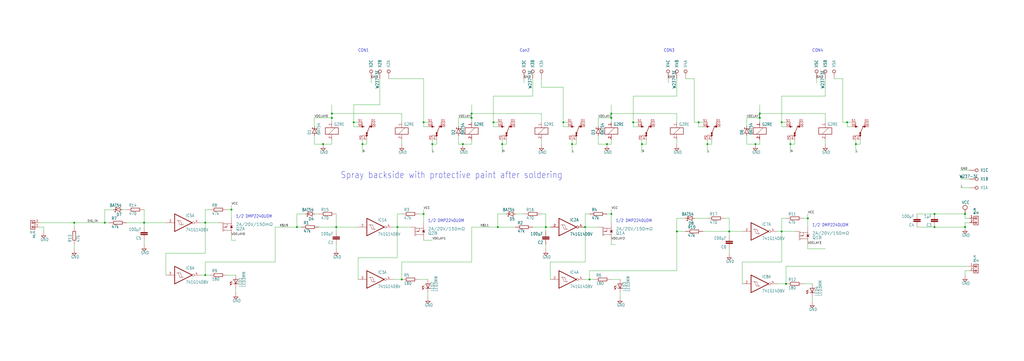
<source format=kicad_sch>
(kicad_sch (version 20231120) (generator "eeschema") (generator_version "8.0")
  (paper "User" 595.63 210.007)
  (lib_symbols
    (symbol "Power_Distribution_V1.1-eagle-import:691210910002"
      (property "Reference" "J" (at -4.88 -0.922 0))
      (symbol "691210910002_1_0"
        (pin passive line (at -2.54 -5.08 90) (length 2.54) (name "1") (number "1"))
        (pin passive line (at 0 -5.08 90) (length 2.54) (name "2") (number "2"))
      )
    )
    (symbol "Power_Distribution_V1.1-eagle-import:741G14DBV"
      (property "Reference" "IC" (at -0.635 -0.635 0))
      (symbol "741G14DBV_1_0"
        (pin input line (at -10.16 0 0) (length 5.08) (name "I") (number "2"))
        (pin output inverted (at 10.16 0 180) (length 5.08) (name "O") (number "4"))
      )
      (symbol "741G14DBV_2_0"
        (text "GND" (at 1.905 -6.35 900) (effects (font (size 1.27 1.0795)) (justify left bottom)))
        (text "VCC" (at 1.905 2.54 900) (effects (font (size 1.27 1.0795)) (justify left bottom)))
        (pin power_in line (at 0 -7.62 90) (length 5.08) (name "GND") (number "3"))
        (pin power_in line (at 0 7.62 270) (length 5.08) (name "VCC") (number "5"))
      )
    )
    (symbol "Power_Distribution_V1.1-eagle-import:BAT54"
      (property "Reference" "D" (at -2.286 1.905 0))
      (symbol "BAT54_1_0"
        (pin passive line (at -2.54 0 0) (length 0) (name "A") (number "1"))
        (pin passive line (at 2.54 0 180) (length 0) (name "C") (number "3"))
      )
    )
    (symbol "Power_Distribution_V1.1-eagle-import:C-EUC1210"
      (property "Reference" "C" (at 1.524 0.381 0))
      (symbol "C-EUC1210_1_0"
        (pin passive line (at 0 2.54 270) (length 2.54) (name "1") (number "1"))
        (pin passive line (at 0 -5.08 90) (length 2.54) (name "2") (number "2"))
      )
    )
    (symbol "Power_Distribution_V1.1-eagle-import:G2RE"
      (symbol "G2RE_1_0"
        (pin passive line (at 0 5.08 270) (length 2.54) (name "1") (number "1"))
        (pin passive line (at 0 -5.08 90) (length 2.54) (name "2") (number "2"))
      )
      (symbol "G2RE_2_0"
        (pin passive line (at 5.08 5.08 180) (length 2.54) (name "O") (number "O0"))
        (pin passive line (at 5.08 7.62 180) (length 2.54) (name "O@1") (number "O1"))
        (pin passive line (at -2.54 -2.54 90) (length 2.54) (name "P@1") (number "P0"))
        (pin passive line (at 0 -2.54 90) (length 2.54) (name "P") (number "P1"))
        (pin passive line (at -5.08 5.08 0) (length 2.54) (name "S") (number "S0"))
        (pin passive line (at -5.08 7.62 0) (length 2.54) (name "S@1") (number "S1"))
      )
    )
    (symbol "Power_Distribution_V1.1-eagle-import:GND" (power)
      (symbol "GND_1_0"
        (pin power_in line (at 0 2.54 270) (length 2.54) (name "GND") (number "1"))
      )
    )
    (symbol "Power_Distribution_V1.1-eagle-import:LED3MM"
      (property "Reference" "LED" (at 3.556 -4.572 90))
      (symbol "LED3MM_1_0"
        (pin passive line (at 0 2.54 270) (length 2.54) (name "A") (number "A"))
        (pin passive line (at 0 -5.08 90) (length 2.54) (name "C") (number "K"))
      )
    )
    (symbol "Power_Distribution_V1.1-eagle-import:MOSFET_PCH_DUAL-DMP2240UDM"
      (property "Reference" "Q" (at 5.08 0 0))
      (symbol "MOSFET_PCH_DUAL-DMP2240UDM_1_0"
        (pin bidirectional line (at 2.54 5.08 270) (length 2.54) (name "D") (number "D1"))
        (pin bidirectional line (at -5.08 -2.54 0) (length 2.54) (name "G") (number "G1"))
        (pin bidirectional line (at 2.54 -5.08 90) (length 2.54) (name "S") (number "S1"))
      )
      (symbol "MOSFET_PCH_DUAL-DMP2240UDM_2_0"
        (pin bidirectional line (at 2.54 5.08 270) (length 2.54) (name "D") (number "D2"))
        (pin bidirectional line (at -5.08 -2.54 0) (length 2.54) (name "G") (number "G2"))
        (pin bidirectional line (at 2.54 -5.08 90) (length 2.54) (name "S") (number "S2"))
      )
    )
    (symbol "Power_Distribution_V1.1-eagle-import:R-EU_R0805"
      (property "Reference" "R" (at -3.81 1.4986 0))
      (symbol "R-EU_R0805_1_0"
        (pin passive line (at -5.08 0 0) (length 2.54) (name "1") (number "1"))
        (pin passive line (at 5.08 0 180) (length 2.54) (name "2") (number "2"))
      )
    )
    (symbol "Power_Distribution_V1.1-eagle-import:VCC" (power)
      (symbol "VCC_1_0"
        (pin power_in line (at 0 -2.54 90) (length 2.54) (name "VCC") (number "1"))
      )
    )
    (symbol "Power_Distribution_V1.1-eagle-import:W237-3E"
      (property "Reference" "X" (at -1.27 0.889 0))
      (symbol "W237-3E_1_0"
        (pin passive line (at 5.08 0 180) (length 2.54) (name "KL") (number "1"))
      )
      (symbol "W237-3E_2_0"
        (pin passive line (at 5.08 0 180) (length 2.54) (name "KL") (number "2"))
      )
      (symbol "W237-3E_3_0"
        (pin passive line (at 5.08 0 180) (length 2.54) (name "KL") (number "3"))
      )
    )
  )
  (junction (at 441.96 66.04))
  (junction (at 269.24 83.82))
  (junction (at 441.96 68.58))
  (junction (at 368.3 71.12))
  (junction (at 561.34 132.08))
  (junction (at 454.66 71.12))
  (junction (at 355.6 68.58))
  (junction (at 406.4 71.12))
  (junction (at 457.2 165.1))
  (junction (at 233.68 162.56))
  (junction (at 342.9 162.56))
  (junction (at 119.38 129.54))
  (junction (at 543.56 124.46))
  (junction (at 193.04 68.58))
  (junction (at 246.38 71.12))
  (junction (at 289.56 132.08))
  (junction (at 424.18 134.62))
  (junction (at 353.06 83.82))
  (junction (at 332.74 83.82))
  (junction (at 195.58 132.08))
  (junction (at 193.04 66.04))
  (junction (at 251.46 83.82))
  (junction (at 231.14 132.08))
  (junction (at 274.32 68.58))
  (junction (at 292.1 83.82))
  (junction (at 187.96 83.82))
  (junction (at 497.84 83.82))
  (junction (at 439.42 83.82))
  (junction (at 210.82 83.82))
  (junction (at 459.74 83.82))
  (junction (at 373.38 83.82))
  (junction (at 454.66 134.62))
  (junction (at 60.96 129.54))
  (junction (at 492.76 71.12))
  (junction (at 355.6 66.04))
  (junction (at 543.56 132.08))
  (junction (at 355.6 124.46))
  (junction (at 134.62 121.92))
  (junction (at 119.38 160.02))
  (junction (at 393.7 134.62))
  (junction (at 83.82 129.54))
  (junction (at 317.5 132.08))
  (junction (at 340.36 132.08))
  (junction (at 561.34 124.46))
  (junction (at 287.02 71.12))
  (junction (at 43.18 129.54))
  (junction (at 246.38 124.46))
  (junction (at 327.66 71.12))
  (junction (at 411.48 83.82))
  (junction (at 172.72 132.08))
  (junction (at 274.32 66.04))
  (junction (at 469.9 127))
  (junction (at 205.74 71.12))
  (wire (pts (xy 193.04 83.82) (xy 187.96 83.82)) (stroke (width 0.1524)))
  (wire (pts (xy 480.06 71.12) (xy 480.06 66.04)) (stroke (width 0.1524)))
  (wire (pts (xy 83.82 139.7) (xy 83.82 142.24)) (stroke (width 0.1524)))
  (wire (pts (xy 411.48 81.28) (xy 411.48 83.82)) (stroke (width 0.1524)))
  (wire (pts (xy 434.34 68.58) (xy 434.34 73.66)) (stroke (width 0.1524)))
  (wire (pts (xy 492.76 71.12) (xy 495.3 71.12)) (stroke (width 0.1524)))
  (wire (pts (xy 137.16 167.64) (xy 137.16 170.18)) (stroke (width 0.1524)))
  (wire (pts (xy 22.86 132.08) (xy 25.4 132.08)) (stroke (width 0.1524)))
  (wire (pts (xy 274.32 152.4) (xy 233.68 152.4)) (stroke (width 0.1524)))
  (wire (pts (xy 561.34 129.54) (xy 561.34 132.08)) (stroke (width 0.1524)))
  (wire (pts (xy 347.98 68.58) (xy 347.98 73.66)) (stroke (width 0.1524)))
  (wire (pts (xy 411.48 127) (xy 403.86 127)) (stroke (width 0.1524)))
  (wire (pts (xy 289.56 73.66) (xy 287.02 73.66)) (stroke (width 0.1524)))
  (wire (pts (xy 43.18 132.08) (xy 43.18 129.54)) (stroke (width 0.1524)))
  (wire (pts (xy 134.62 127) (xy 134.62 121.92)) (stroke (width 0.1524)))
  (wire (pts (xy 393.7 134.62) (xy 393.7 157.48)) (stroke (width 0.1524)))
  (wire (pts (xy 434.34 83.82) (xy 439.42 83.82)) (stroke (width 0.1524)))
  (wire (pts (xy 543.56 132.08) (xy 533.4 132.08)) (stroke (width 0.1524)))
  (wire (pts (xy 289.56 132.08) (xy 274.32 132.08)) (stroke (width 0.1524)))
  (wire (pts (xy 208.28 149.86) (xy 208.28 162.56)) (stroke (width 0.1524)))
  (wire (pts (xy 454.66 134.62) (xy 452.12 134.62)) (stroke (width 0.1524)))
  (wire (pts (xy 233.68 71.12) (xy 233.68 66.04)) (stroke (width 0.1524)))
  (wire (pts (xy 500.38 83.82) (xy 500.38 81.28)) (stroke (width 0.1524)))
  (wire (pts (xy 454.66 55.88) (xy 480.06 55.88)) (stroke (width 0.1524)))
  (wire (pts (xy 563.88 127) (xy 561.34 127)) (stroke (width 0.1524)))
  (wire (pts (xy 340.36 124.46) (xy 340.36 132.08)) (stroke (width 0.1524)))
  (wire (pts (xy 208.28 132.08) (xy 195.58 132.08)) (stroke (width 0.1524)))
  (wire (pts (xy 127 129.54) (xy 119.38 129.54)) (stroke (width 0.1524)))
  (wire (pts (xy 119.38 147.32) (xy 96.52 147.32)) (stroke (width 0.1524)))
  (wire (pts (xy 195.58 132.08) (xy 185.42 132.08)) (stroke (width 0.1524)))
  (wire (pts (xy 66.04 121.92) (xy 60.96 121.92)) (stroke (width 0.1524)))
  (wire (pts (xy 292.1 81.28) (xy 292.1 83.82)) (stroke (width 0.1524)))
  (wire (pts (xy 246.38 73.66) (xy 246.38 71.12)) (stroke (width 0.1524)))
  (wire (pts (xy 431.8 152.4) (xy 431.8 165.1)) (stroke (width 0.1524)))
  (wire (pts (xy 119.38 129.54) (xy 119.38 147.32)) (stroke (width 0.1524)))
  (wire (pts (xy 388.62 45.72) (xy 388.62 48.26)) (stroke (width 0.1524)))
  (wire (pts (xy 480.06 66.04) (xy 441.96 66.04)) (stroke (width 0.1524)))
  (wire (pts (xy 292.1 83.82) (xy 294.64 83.82)) (stroke (width 0.1524)))
  (wire (pts (xy 398.78 45.72) (xy 403.86 45.72)) (stroke (width 0.1524)))
  (wire (pts (xy 132.08 121.92) (xy 134.62 121.92)) (stroke (width 0.1524)))
  (wire (pts (xy 327.66 71.12) (xy 327.66 50.8)) (stroke (width 0.1524)))
  (wire (pts (xy 274.32 71.12) (xy 274.32 68.58)) (stroke (width 0.1524)))
  (wire (pts (xy 299.72 124.46) (xy 304.8 124.46)) (stroke (width 0.1524)))
  (wire (pts (xy 424.18 134.62) (xy 408.94 134.62)) (stroke (width 0.1524)))
  (wire (pts (xy 205.74 60.96) (xy 220.98 60.96)) (stroke (width 0.1524)))
  (wire (pts (xy 274.32 66.04) (xy 274.32 68.58)) (stroke (width 0.1524)))
  (wire (pts (xy 563.88 99.06) (xy 558.8 99.06)) (stroke (width 0.1524)))
  (wire (pts (xy 342.9 157.48) (xy 342.9 162.56)) (stroke (width 0.1524)))
  (wire (pts (xy 454.66 134.62) (xy 454.66 152.4)) (stroke (width 0.1524)))
  (wire (pts (xy 60.96 129.54) (xy 43.18 129.54)) (stroke (width 0.1524)))
  (wire (pts (xy 485.14 45.72) (xy 490.22 45.72)) (stroke (width 0.1524)))
  (wire (pts (xy 490.22 71.12) (xy 492.76 71.12)) (stroke (width 0.1524)))
  (wire (pts (xy 231.14 149.86) (xy 208.28 149.86)) (stroke (width 0.1524)))
  (wire (pts (xy 287.02 71.12) (xy 287.02 55.88)) (stroke (width 0.1524)))
  (wire (pts (xy 342.9 162.56) (xy 345.44 162.56)) (stroke (width 0.1524)))
  (wire (pts (xy 182.88 83.82) (xy 182.88 78.74)) (stroke (width 0.1524)))
  (wire (pts (xy 327.66 71.12) (xy 330.2 71.12)) (stroke (width 0.1524)))
  (wire (pts (xy 393.7 55.88) (xy 393.7 45.72)) (stroke (width 0.1524)))
  (wire (pts (xy 462.28 134.62) (xy 454.66 134.62)) (stroke (width 0.1524)))
  (wire (pts (xy 177.8 124.46) (xy 172.72 124.46)) (stroke (width 0.1524)))
  (wire (pts (xy 246.38 71.12) (xy 248.92 71.12)) (stroke (width 0.1524)))
  (wire (pts (xy 469.9 142.24) (xy 469.9 144.78)) (stroke (width 0.1524)))
  (wire (pts (xy 287.02 73.66) (xy 287.02 71.12)) (stroke (width 0.1524)))
  (wire (pts (xy 160.02 132.08) (xy 160.02 152.4)) (stroke (width 0.1524)))
  (wire (pts (xy 246.38 45.72) (xy 246.38 71.12)) (stroke (width 0.1524)))
  (wire (pts (xy 335.28 83.82) (xy 335.28 81.28)) (stroke (width 0.1524)))
  (wire (pts (xy 454.66 152.4) (xy 431.8 152.4)) (stroke (width 0.1524)))
  (wire (pts (xy 459.74 83.82) (xy 462.28 83.82)) (stroke (width 0.1524)))
  (wire (pts (xy 454.66 71.12) (xy 454.66 55.88)) (stroke (width 0.1524)))
  (wire (pts (xy 231.14 132.08) (xy 231.14 149.86)) (stroke (width 0.1524)))
  (wire (pts (xy 441.96 83.82) (xy 439.42 83.82)) (stroke (width 0.1524)))
  (wire (pts (xy 119.38 121.92) (xy 119.38 129.54)) (stroke (width 0.1524)))
  (wire (pts (xy 116.84 160.02) (xy 119.38 160.02)) (stroke (width 0.1524)))
  (wire (pts (xy 393.7 66.04) (xy 355.6 66.04)) (stroke (width 0.1524)))
  (wire (pts (xy 373.38 81.28) (xy 373.38 83.82)) (stroke (width 0.1524)))
  (wire (pts (xy 274.32 83.82) (xy 269.24 83.82)) (stroke (width 0.1524)))
  (wire (pts (xy 469.9 132.08) (xy 469.9 127)) (stroke (width 0.1524)))
  (wire (pts (xy 441.96 71.12) (xy 441.96 68.58)) (stroke (width 0.1524)))
  (wire (pts (xy 210.82 81.28) (xy 210.82 83.82)) (stroke (width 0.1524)))
  (wire (pts (xy 187.96 83.82) (xy 182.88 83.82)) (stroke (width 0.1524)))
  (wire (pts (xy 134.62 137.16) (xy 134.62 139.7)) (stroke (width 0.1524)))
  (wire (pts (xy 406.4 73.66) (xy 406.4 71.12)) (stroke (width 0.1524)))
  (wire (pts (xy 373.38 83.82) (xy 373.38 88.9)) (stroke (width 0.1524)))
  (wire (pts (xy 403.86 71.12) (xy 406.4 71.12)) (stroke (width 0.1524)))
  (wire (pts (xy 233.68 66.04) (xy 193.04 66.04)) (stroke (width 0.1524)))
  (wire (pts (xy 469.9 144.78) (xy 480.06 144.78)) (stroke (width 0.1524)))
  (wire (pts (xy 233.68 124.46) (xy 231.14 124.46)) (stroke (width 0.1524)))
  (wire (pts (xy 60.96 129.54) (xy 63.5 129.54)) (stroke (width 0.1524)))
  (wire (pts (xy 355.6 66.04) (xy 355.6 60.96)) (stroke (width 0.1524)))
  (wire (pts (xy 355.6 124.46) (xy 355.6 121.92)) (stroke (width 0.1524)))
  (wire (pts (xy 441.96 81.28) (xy 441.96 83.82)) (stroke (width 0.1524)))
  (wire (pts (xy 193.04 68.58) (xy 182.88 68.58)) (stroke (width 0.1524)))
  (wire (pts (xy 434.34 83.82) (xy 434.34 78.74)) (stroke (width 0.1524)))
  (wire (pts (xy 353.06 124.46) (xy 355.6 124.46)) (stroke (width 0.1524)))
  (wire (pts (xy 314.96 66.04) (xy 274.32 66.04)) (stroke (width 0.1524)))
  (wire (pts (xy 454.66 73.66) (xy 454.66 71.12)) (stroke (width 0.1524)))
  (wire (pts (xy 492.76 73.66) (xy 492.76 71.12)) (stroke (width 0.1524)))
  (wire (pts (xy 73.66 121.92) (xy 71.12 121.92)) (stroke (width 0.1524)))
  (wire (pts (xy 480.06 55.88) (xy 480.06 45.72)) (stroke (width 0.1524)))
  (wire (pts (xy 561.34 157.48) (xy 561.34 160.02)) (stroke (width 0.1524)))
  (wire (pts (xy 231.14 124.46) (xy 231.14 132.08)) (stroke (width 0.1524)))
  (wire (pts (xy 119.38 129.54) (xy 116.84 129.54)) (stroke (width 0.1524)))
  (wire (pts (xy 342.9 124.46) (xy 340.36 124.46)) (stroke (width 0.1524)))
  (wire (pts (xy 274.32 132.08) (xy 274.32 152.4)) (stroke (width 0.1524)))
  (wire (pts (xy 289.56 132.08) (xy 299.72 132.08)) (stroke (width 0.1524)))
  (wire (pts (xy 287.02 55.88) (xy 309.88 55.88)) (stroke (width 0.1524)))
  (wire (pts (xy 213.36 83.82) (xy 213.36 81.28)) (stroke (width 0.1524)))
  (wire (pts (xy 355.6 66.04) (xy 355.6 68.58)) (stroke (width 0.1524)))
  (wire (pts (xy 497.84 81.28) (xy 497.84 83.82)) (stroke (width 0.1524)))
  (wire (pts (xy 314.96 50.8) (xy 314.96 45.72)) (stroke (width 0.1524)))
  (wire (pts (xy 185.42 124.46) (xy 182.88 124.46)) (stroke (width 0.1524)))
  (wire (pts (xy 497.84 83.82) (xy 500.38 83.82)) (stroke (width 0.1524)))
  (wire (pts (xy 330.2 73.66) (xy 327.66 73.66)) (stroke (width 0.1524)))
  (wire (pts (xy 60.96 121.92) (xy 60.96 129.54)) (stroke (width 0.1524)))
  (wire (pts (xy 332.74 83.82) (xy 332.74 88.9)) (stroke (width 0.1524)))
  (wire (pts (xy 233.68 152.4) (xy 233.68 162.56)) (stroke (width 0.1524)))
  (wire (pts (xy 467.36 165.1) (xy 472.44 165.1)) (stroke (width 0.1524)))
  (wire (pts (xy 210.82 83.82) (xy 213.36 83.82)) (stroke (width 0.1524)))
  (wire (pts (xy 469.9 127) (xy 469.9 124.46)) (stroke (width 0.1524)))
  (wire (pts (xy 563.88 109.22) (xy 558.8 109.22)) (stroke (width 0.1524)))
  (wire (pts (xy 83.82 129.54) (xy 73.66 129.54)) (stroke (width 0.1524)))
  (wire (pts (xy 563.88 129.54) (xy 561.34 129.54)) (stroke (width 0.1524)))
  (wire (pts (xy 205.74 73.66) (xy 205.74 71.12)) (stroke (width 0.1524)))
  (wire (pts (xy 454.66 71.12) (xy 457.2 71.12)) (stroke (width 0.1524)))
  (wire (pts (xy 327.66 50.8) (xy 314.96 50.8)) (stroke (width 0.1524)))
  (wire (pts (xy 193.04 71.12) (xy 193.04 68.58)) (stroke (width 0.1524)))
  (wire (pts (xy 314.96 124.46) (xy 317.5 124.46)) (stroke (width 0.1524)))
  (wire (pts (xy 220.98 60.96) (xy 220.98 45.72)) (stroke (width 0.1524)))
  (wire (pts (xy 452.12 165.1) (xy 457.2 165.1)) (stroke (width 0.1524)))
  (wire (pts (xy 119.38 152.4) (xy 119.38 160.02)) (stroke (width 0.1524)))
  (wire (pts (xy 246.38 139.7) (xy 251.46 139.7)) (stroke (width 0.1524)))
  (wire (pts (xy 370.84 73.66) (xy 368.3 73.66)) (stroke (width 0.1524)))
  (wire (pts (xy 317.5 132.08) (xy 320.04 132.08)) (stroke (width 0.1524)))
  (wire (pts (xy 368.3 55.88) (xy 393.7 55.88)) (stroke (width 0.1524)))
  (wire (pts (xy 248.92 73.66) (xy 246.38 73.66)) (stroke (width 0.1524)))
  (wire (pts (xy 360.68 170.18) (xy 360.68 172.72)) (stroke (width 0.1524)))
  (wire (pts (xy 134.62 139.7) (xy 137.16 139.7)) (stroke (width 0.1524)))
  (wire (pts (xy 246.38 129.54) (xy 246.38 124.46)) (stroke (width 0.1524)))
  (wire (pts (xy 304.8 45.72) (xy 304.8 48.26)) (stroke (width 0.1524)))
  (wire (pts (xy 480.06 81.28) (xy 480.06 83.82)) (stroke (width 0.1524)))
  (wire (pts (xy 414.02 83.82) (xy 414.02 81.28)) (stroke (width 0.1524)))
  (wire (pts (xy 195.58 142.24) (xy 195.58 144.78)) (stroke (width 0.1524)))
  (wire (pts (xy 457.2 73.66) (xy 454.66 73.66)) (stroke (width 0.1524)))
  (wire (pts (xy 317.5 134.62) (xy 317.5 132.08)) (stroke (width 0.1524)))
  (wire (pts (xy 172.72 124.46) (xy 172.72 132.08)) (stroke (width 0.1524)))
  (wire (pts (xy 454.66 127) (xy 454.66 134.62)) (stroke (width 0.1524)))
  (wire (pts (xy 274.32 68.58) (xy 266.7 68.58)) (stroke (width 0.1524)))
  (wire (pts (xy 193.04 66.04) (xy 193.04 60.96)) (stroke (width 0.1524)))
  (wire (pts (xy 172.72 132.08) (xy 175.26 132.08)) (stroke (width 0.1524)))
  (wire (pts (xy 294.64 83.82) (xy 294.64 81.28)) (stroke (width 0.1524)))
  (wire (pts (xy 205.74 71.12) (xy 208.28 71.12)) (stroke (width 0.1524)))
  (wire (pts (xy 248.92 170.18) (xy 248.92 172.72)) (stroke (width 0.1524)))
  (wire (pts (xy 355.6 81.28) (xy 355.6 83.82)) (stroke (width 0.1524)))
  (wire (pts (xy 182.88 68.58) (xy 182.88 73.66)) (stroke (width 0.1524)))
  (wire (pts (xy 121.92 121.92) (xy 119.38 121.92)) (stroke (width 0.1524)))
  (wire (pts (xy 347.98 83.82) (xy 347.98 78.74)) (stroke (width 0.1524)))
  (wire (pts (xy 340.36 132.08) (xy 340.36 152.4)) (stroke (width 0.1524)))
  (wire (pts (xy 421.64 127) (xy 424.18 127)) (stroke (width 0.1524)))
  (wire (pts (xy 340.36 152.4) (xy 320.04 152.4)) (stroke (width 0.1524)))
  (wire (pts (xy 294.64 124.46) (xy 289.56 124.46)) (stroke (width 0.1524)))
  (wire (pts (xy 497.84 83.82) (xy 497.84 88.9)) (stroke (width 0.1524)))
  (wire (pts (xy 83.82 132.08) (xy 83.82 129.54)) (stroke (width 0.1524)))
  (wire (pts (xy 96.52 147.32) (xy 96.52 160.02)) (stroke (width 0.1524)))
  (wire (pts (xy 467.36 127) (xy 469.9 127)) (stroke (width 0.1524)))
  (wire (pts (xy 254 83.82) (xy 254 81.28)) (stroke (width 0.1524)))
  (wire (pts (xy 317.5 124.46) (xy 317.5 132.08)) (stroke (width 0.1524)))
  (wire (pts (xy 373.38 83.82) (xy 375.92 83.82)) (stroke (width 0.1524)))
  (wire (pts (xy 327.66 73.66) (xy 327.66 71.12)) (stroke (width 0.1524)))
  (wire (pts (xy 320.04 152.4) (xy 320.04 162.56)) (stroke (width 0.1524)))
  (wire (pts (xy 246.38 124.46) (xy 246.38 121.92)) (stroke (width 0.1524)))
  (wire (pts (xy 459.74 81.28) (xy 459.74 83.82)) (stroke (width 0.1524)))
  (wire (pts (xy 251.46 81.28) (xy 251.46 83.82)) (stroke (width 0.1524)))
  (wire (pts (xy 495.3 73.66) (xy 492.76 73.66)) (stroke (width 0.1524)))
  (wire (pts (xy 251.46 83.82) (xy 254 83.82)) (stroke (width 0.1524)))
  (wire (pts (xy 355.6 83.82) (xy 353.06 83.82)) (stroke (width 0.1524)))
  (wire (pts (xy 368.3 71.12) (xy 370.84 71.12)) (stroke (width 0.1524)))
  (wire (pts (xy 355.6 129.54) (xy 355.6 124.46)) (stroke (width 0.1524)))
  (wire (pts (xy 393.7 134.62) (xy 393.7 127)) (stroke (width 0.1524)))
  (wire (pts (xy 231.14 132.08) (xy 228.6 132.08)) (stroke (width 0.1524)))
  (wire (pts (xy 292.1 83.82) (xy 292.1 88.9)) (stroke (width 0.1524)))
  (wire (pts (xy 368.3 71.12) (xy 368.3 55.88)) (stroke (width 0.1524)))
  (wire (pts (xy 393.7 157.48) (xy 342.9 157.48)) (stroke (width 0.1524)))
  (wire (pts (xy 215.9 45.72) (xy 215.9 48.26)) (stroke (width 0.1524)))
  (wire (pts (xy 561.34 124.46) (xy 543.56 124.46)) (stroke (width 0.1524)))
  (wire (pts (xy 205.74 71.12) (xy 205.74 60.96)) (stroke (width 0.1524)))
  (wire (pts (xy 543.56 124.46) (xy 533.4 124.46)) (stroke (width 0.1524)))
  (wire (pts (xy 472.44 172.72) (xy 472.44 175.26)) (stroke (width 0.1524)))
  (wire (pts (xy 193.04 81.28) (xy 193.04 83.82)) (stroke (width 0.1524)))
  (wire (pts (xy 119.38 160.02) (xy 121.92 160.02)) (stroke (width 0.1524)))
  (wire (pts (xy 462.28 83.82) (xy 462.28 81.28)) (stroke (width 0.1524)))
  (wire (pts (xy 424.18 144.78) (xy 424.18 147.32)) (stroke (width 0.1524)))
  (wire (pts (xy 309.88 55.88) (xy 309.88 45.72)) (stroke (width 0.1524)))
  (wire (pts (xy 355.6 139.7) (xy 355.6 142.24)) (stroke (width 0.1524)))
  (wire (pts (xy 243.84 124.46) (xy 246.38 124.46)) (stroke (width 0.1524)))
  (wire (pts (xy 543.56 132.08) (xy 561.34 132.08)) (stroke (width 0.1524)))
  (wire (pts (xy 226.06 45.72) (xy 246.38 45.72)) (stroke (width 0.1524)))
  (wire (pts (xy 132.08 160.02) (xy 137.16 160.02)) (stroke (width 0.1524)))
  (wire (pts (xy 233.68 81.28) (xy 233.68 83.82)) (stroke (width 0.1524)))
  (wire (pts (xy 474.98 45.72) (xy 474.98 48.26)) (stroke (width 0.1524)))
  (wire (pts (xy 355.6 68.58) (xy 347.98 68.58)) (stroke (width 0.1524)))
  (wire (pts (xy 441.96 68.58) (xy 434.34 68.58)) (stroke (width 0.1524)))
  (wire (pts (xy 563.88 157.48) (xy 561.34 157.48)) (stroke (width 0.1524)))
  (wire (pts (xy 563.88 154.94) (xy 457.2 154.94)) (stroke (width 0.1524)))
  (wire (pts (xy 424.18 134.62) (xy 424.18 127)) (stroke (width 0.1524)))
  (wire (pts (xy 398.78 134.62) (xy 393.7 134.62)) (stroke (width 0.1524)))
  (wire (pts (xy 332.74 83.82) (xy 335.28 83.82)) (stroke (width 0.1524)))
  (wire (pts (xy 393.7 71.12) (xy 393.7 66.04)) (stroke (width 0.1524)))
  (wire (pts (xy 274.32 66.04) (xy 274.32 60.96)) (stroke (width 0.1524)))
  (wire (pts (xy 355.6 162.56) (xy 360.68 162.56)) (stroke (width 0.1524)))
  (wire (pts (xy 368.3 73.66) (xy 368.3 71.12)) (stroke (width 0.1524)))
  (wire (pts (xy 266.7 83.82) (xy 266.7 78.74)) (stroke (width 0.1524)))
  (wire (pts (xy 347.98 132.08) (xy 340.36 132.08)) (stroke (width 0.1524)))
  (wire (pts (xy 431.8 134.62) (xy 424.18 134.62)) (stroke (width 0.1524)))
  (wire (pts (xy 403.86 45.72) (xy 403.86 71.12)) (stroke (width 0.1524)))
  (wire (pts (xy 317.5 142.24) (xy 317.5 144.78)) (stroke (width 0.1524)))
  (wire (pts (xy 309.88 132.08) (xy 317.5 132.08)) (stroke (width 0.1524)))
  (wire (pts (xy 134.62 121.92) (xy 134.62 119.38)) (stroke (width 0.1524)))
  (wire (pts (xy 289.56 124.46) (xy 289.56 132.08)) (stroke (width 0.1524)))
  (wire (pts (xy 563.88 104.14) (xy 558.8 104.14)) (stroke (width 0.1524)))
  (wire (pts (xy 274.32 81.28) (xy 274.32 83.82)) (stroke (width 0.1524)))
  (wire (pts (xy 96.52 129.54) (xy 83.82 129.54)) (stroke (width 0.1524)))
  (wire (pts (xy 287.02 71.12) (xy 289.56 71.12)) (stroke (width 0.1524)))
  (wire (pts (xy 231.14 132.08) (xy 238.76 132.08)) (stroke (width 0.1524)))
  (wire (pts (xy 332.74 81.28) (xy 332.74 83.82)) (stroke (width 0.1524)))
  (wire (pts (xy 459.74 83.82) (xy 459.74 88.9)) (stroke (width 0.1524)))
  (wire (pts (xy 228.6 162.56) (xy 233.68 162.56)) (stroke (width 0.1524)))
  (wire (pts (xy 266.7 68.58) (xy 266.7 73.66)) (stroke (width 0.1524)))
  (wire (pts (xy 441.96 66.04) (xy 441.96 68.58)) (stroke (width 0.1524)))
  (wire (pts (xy 314.96 83.82) (xy 314.96 81.28)) (stroke (width 0.1524)))
  (wire (pts (xy 269.24 83.82) (xy 266.7 83.82)) (stroke (width 0.1524)))
  (wire (pts (xy 210.82 83.82) (xy 210.82 88.9)) (stroke (width 0.1524)))
  (wire (pts (xy 172.72 132.08) (xy 160.02 132.08)) (stroke (width 0.1524)))
  (wire (pts (xy 314.96 71.12) (xy 314.96 66.04)) (stroke (width 0.1524)))
  (wire (pts (xy 208.28 73.66) (xy 205.74 73.66)) (stroke (width 0.1524)))
  (wire (pts (xy 195.58 134.62) (xy 195.58 132.08)) (stroke (width 0.1524)))
  (wire (pts (xy 83.82 129.54) (xy 83.82 121.92)) (stroke (width 0.1524)))
  (wire (pts (xy 355.6 142.24) (xy 358.14 142.24)) (stroke (width 0.1524)))
  (wire (pts (xy 561.34 127) (xy 561.34 124.46)) (stroke (width 0.1524)))
  (wire (pts (xy 347.98 83.82) (xy 353.06 83.82)) (stroke (width 0.1524)))
  (wire (pts (xy 193.04 66.04) (xy 193.04 68.58)) (stroke (width 0.1524)))
  (wire (pts (xy 340.36 162.56) (xy 342.9 162.56)) (stroke (width 0.1524)))
  (wire (pts (xy 441.96 66.04) (xy 441.96 60.96)) (stroke (width 0.1524)))
  (wire (pts (xy 408.94 73.66) (xy 406.4 73.66)) (stroke (width 0.1524)))
  (wire (pts (xy 375.92 83.82) (xy 375.92 81.28)) (stroke (width 0.1524)))
  (wire (pts (xy 355.6 71.12) (xy 355.6 68.58)) (stroke (width 0.1524)))
  (wire (pts (xy 25.4 132.08) (xy 25.4 134.62)) (stroke (width 0.1524)))
  (wire (pts (xy 243.84 162.56) (xy 248.92 162.56)) (stroke (width 0.1524)))
  (wire (pts (xy 490.22 45.72) (xy 490.22 71.12)) (stroke (width 0.1524)))
  (wire (pts (xy 411.48 83.82) (xy 411.48 88.9)) (stroke (width 0.1524)))
  (wire (pts (xy 393.7 81.28) (xy 393.7 83.82)) (stroke (width 0.1524)))
  (wire (pts (xy 424.18 137.16) (xy 424.18 134.62)) (stroke (width 0.1524)))
  (wire (pts (xy 43.18 129.54) (xy 22.86 129.54)) (stroke (width 0.1524)))
  (wire (pts (xy 457.2 154.94) (xy 457.2 165.1)) (stroke (width 0.1524)))
  (wire (pts (xy 43.18 142.24) (xy 43.18 144.78)) (stroke (width 0.1524)))
  (wire (pts (xy 195.58 132.08) (xy 195.58 124.46)) (stroke (width 0.1524)))
  (wire (pts (xy 160.02 152.4) (xy 119.38 152.4)) (stroke (width 0.1524)))
  (wire (pts (xy 251.46 83.82) (xy 251.46 88.9)) (stroke (width 0.1524)))
  (wire (pts (xy 406.4 71.12) (xy 408.94 71.12)) (stroke (width 0.1524)))
  (wire (pts (xy 411.48 83.82) (xy 414.02 83.82)) (stroke (width 0.1524)))
  (wire (pts (xy 393.7 127) (xy 398.78 127)) (stroke (width 0.1524)))
  (wire (pts (xy 457.2 127) (xy 454.66 127)) (stroke (width 0.1524)))
  (text "Spray backside with protective paint after soldering~{}" (at 198.12 104.14 0) (effects (font (size 3.81 3.2385)) (justify left bottom)))
  (text "1/2 DMP2240UDM" (at 248.92 129.54 0) (effects (font (size 1.778 1.5113)) (justify left bottom)))
  (text "CON3" (at 386.08 30.48 0) (effects (font (size 1.778 1.5113)) (justify left bottom)))
  (text "1/2 DMP2240UDM" (at 472.44 132.08 0) (effects (font (size 1.778 1.5113)) (justify left bottom)))
  (text "CON4" (at 472.44 30.48 0) (effects (font (size 1.778 1.5113)) (justify left bottom)))
  (text "Con2" (at 302.26 30.48 0) (effects (font (size 1.778 1.5113)) (justify left bottom)))
  (text "1/2 DMP2240UDM" (at 358.14 129.54 0) (effects (font (size 1.778 1.5113)) (justify left bottom)))
  (text "CON1" (at 208.28 30.48 0) (effects (font (size 1.778 1.5113)) (justify left bottom)))
  (text "1/2 DMP2240UDM" (at 137.16 127 0) (effects (font (size 1.778 1.5113)) (justify left bottom)))
  (label "N" (at 459.74 88.9 0) (effects (font (size 1.2446 1.2446))))
  (label "VDELAY0" (at 182.88 68.58 0) (effects (font (size 1.2446 1.2446))))
  (label "L" (at 332.74 88.9 0) (effects (font (size 1.2446 1.2446))))
  (label "L" (at 558.8 109.22 0) (effects (font (size 1.2446 1.2446))))
  (label "VCC" (at 134.62 119.38 0) (effects (font (size 1.2446 1.2446))))
  (label "VCC" (at 355.6 121.92 0) (effects (font (size 1.2446 1.2446))))
  (label "VCC" (at 246.38 121.92 0) (effects (font (size 1.2446 1.2446))))
  (label "VDELAY2" (at 347.98 68.58 0) (effects (font (size 1.2446 1.2446))))
  (label "N" (at 558.8 104.14 0) (effects (font (size 1.2446 1.2446))))
  (label "VDELAY3" (at 469.9 142.24 0) (effects (font (size 1.2446 1.2446))))
  (label "GND" (at 558.8 99.06 0) (effects (font (size 1.2446 1.2446))))
  (label "VCC" (at 469.9 124.46 0) (effects (font (size 1.2446 1.2446))))
  (label "VDELAY1" (at 251.46 139.7 0) (effects (font (size 1.2446 1.2446))))
  (label "L" (at 497.84 88.9 0) (effects (font (size 1.2446 1.2446))))
  (label "GND" (at 388.62 45.72 0) (effects (font (size 1.2446 1.2446))))
  (label "N" (at 292.1 88.9 0) (effects (font (size 1.2446 1.2446))))
  (label "VDELAY1" (at 266.7 68.58 0) (effects (font (size 1.2446 1.2446))))
  (label "L" (at 251.46 88.9 0) (effects (font (size 1.2446 1.2446))))
  (label "GND" (at 474.98 45.72 0) (effects (font (size 1.2446 1.2446))))
  (label "N" (at 210.82 88.9 0) (effects (font (size 1.2446 1.2446))))
  (label "VDELAY2" (at 355.6 139.7 0) (effects (font (size 1.2446 1.2446))))
  (label "L" (at 411.48 88.9 0) (effects (font (size 1.2446 1.2446))))
  (label "N$19" (at 162.56 132.08 0) (effects (font (size 1.2446 1.2446))))
  (label "GND" (at 215.9 45.72 0) (effects (font (size 1.2446 1.2446))))
  (label "DIG_IN" (at 50.8 129.54 0) (effects (font (size 1.2446 1.2446))))
  (label "GND" (at 304.8 45.72 0) (effects (font (size 1.2446 1.2446))))
  (label "VDELAY0" (at 134.62 137.16 0) (effects (font (size 1.2446 1.2446))))
  (label "VDELAY3" (at 434.34 68.58 0) (effects (font (size 1.2446 1.2446))))
  (label "N" (at 373.38 88.9 0) (effects (font (size 1.2446 1.2446))))
  (label "N$11" (at 279.4 132.08 0) (effects (font (size 1.2446 1.2446))))
  (symbol (lib_id "Power_Distribution_V1.1-eagle-import:GND") (at 353.06 86.36 0) (unit 1)
    (property "Reference" "#SUPPLY7" (effects (hide yes)))
    (property "Value" "GND" (at 351.155 89.535 0) (effects (font (size 1.778 1.5113)) (justify left bottom)))
  )
  (symbol (lib_id "Power_Distribution_V1.1-eagle-import:W237-3E") (at 485.14 40.64 270) (unit 1)
    (property "Reference" "X5" (at 486.029 39.37 0) (effects (font (size 1.778 1.5113)) (justify right top)))
    (property "Value" "W237-3E" (effects (hide yes)))
    (property "Footprint" "Power_Distribution_V1.1:W237-3E" (effects (hide yes)))
  )
  (symbol (lib_id "Power_Distribution_V1.1-eagle-import:R-EU_R0805") (at 416.56 127 0) (unit 1)
    (property "Reference" "R17" (at 412.75 125.5014 0) (effects (font (size 1.778 1.5113)) (justify left bottom)))
    (property "Value" "470" (at 412.75 130.302 0) (effects (font (size 1.778 1.5113)) (justify left bottom)))
    (property "Footprint" "Power_Distribution_V1.1:R0805" (effects (hide yes)))
  )
  (symbol (lib_id "Power_Distribution_V1.1-eagle-import:W237-3E") (at 393.7 40.64 270) (unit 2)
    (property "Reference" "X4" (at 394.589 39.37 0) (effects (font (size 1.778 1.5113)) (justify right top)))
    (property "Value" "W237-3E" (effects (hide yes)))
    (property "Footprint" "Power_Distribution_V1.1:W237-3E" (effects (hide yes)))
  )
  (symbol (lib_id "Power_Distribution_V1.1-eagle-import:GND") (at 83.82 144.78 0) (unit 1)
    (property "Reference" "#SUPPLY15" (effects (hide yes)))
    (property "Value" "GND" (at 81.915 147.955 0) (effects (font (size 1.778 1.5113)) (justify left bottom)))
  )
  (symbol (lib_id "Power_Distribution_V1.1-eagle-import:R-EU_R0805") (at 180.34 132.08 0) (unit 1)
    (property "Reference" "R1" (at 176.53 130.5814 0) (effects (font (size 1.778 1.5113)) (justify left bottom)))
    (property "Value" "47k" (at 176.53 135.382 0) (effects (font (size 1.778 1.5113)) (justify left bottom)))
    (property "Footprint" "Power_Distribution_V1.1:R0805" (effects (hide yes)))
  )
  (symbol (lib_id "Power_Distribution_V1.1-eagle-import:G2RE") (at 414.02 78.74 0) (unit 2)
    (property "Reference" "K6" (effects (hide yes)))
    (property "Value" "G2RE" (effects (hide yes)))
    (property "Footprint" "Power_Distribution_V1.1:G2RE" (effects (hide yes)))
  )
  (symbol (lib_id "Power_Distribution_V1.1-eagle-import:BAT54") (at 180.34 124.46 180) (unit 1)
    (property "Reference" "D4" (at 182.626 126.365 0) (effects (font (size 1.778 1.5113)) (justify left bottom)))
    (property "Value" "BAT54" (at 182.626 121.031 0) (effects (font (size 1.778 1.5113)) (justify left bottom)))
    (property "Footprint" "Power_Distribution_V1.1:SOT23" (effects (hide yes)))
  )
  (symbol (lib_id "Power_Distribution_V1.1-eagle-import:GND") (at 480.06 86.36 0) (unit 1)
    (property "Reference" "#SUPPLY14" (effects (hide yes)))
    (property "Value" "GND" (at 478.155 89.535 0) (effects (font (size 1.778 1.5113)) (justify left bottom)))
  )
  (symbol (lib_id "Power_Distribution_V1.1-eagle-import:691210910002") (at 568.96 129.54 270) (unit 1)
    (property "Reference" "J1" (at 568.038 124.66 0) (effects (font (size 1.016 0.8636)) (justify right bottom)))
    (property "Value" "5V_IN" (at 566.38 124.71 0) (effects (font (size 1.016 0.8636)) (justify right bottom)))
    (property "Footprint" "Power_Distribution_V1.1:691210910002" (effects (hide yes)))
  )
  (symbol (lib_id "Power_Distribution_V1.1-eagle-import:C-EUC1210") (at 424.18 142.24 180) (unit 1)
    (property "Reference" "C6" (at 422.656 142.621 0) (effects (font (size 1.778 1.5113)) (justify left bottom)))
    (property "Value" "100µF" (at 422.656 137.541 0) (effects (font (size 1.778 1.5113)) (justify left bottom)))
    (property "Footprint" "Power_Distribution_V1.1:C1210" (effects (hide yes)))
  )
  (symbol (lib_id "Power_Distribution_V1.1-eagle-import:741G14DBV") (at 330.2 132.08 0) (unit 1)
    (property "Reference" "IC2" (at 331.47 128.905 0) (effects (font (size 1.778 1.5113)) (justify left bottom)))
    (property "Value" "741G14DBV" (at 331.47 137.16 0) (effects (font (size 1.778 1.5113)) (justify left bottom)))
    (property "Footprint" "Power_Distribution_V1.1:SOT23-5" (effects (hide yes)))
  )
  (symbol (lib_id "Power_Distribution_V1.1-eagle-import:G2RE") (at 480.06 76.2 0) (unit 1)
    (property "Reference" "K8" (effects (hide yes)))
    (property "Value" "G2RE" (at 481.33 73.279 0) (effects (font (size 1.778 1.5113)) (justify left bottom)))
    (property "Footprint" "Power_Distribution_V1.1:G2RE" (effects (hide yes)))
  )
  (symbol (lib_id "Power_Distribution_V1.1-eagle-import:C-EUC1210") (at 533.4 129.54 180) (unit 1)
    (property "Reference" "C4" (at 531.876 129.921 0) (effects (font (size 1.778 1.5113)) (justify left bottom)))
    (property "Value" "100µF" (at 531.876 124.841 0) (effects (font (size 1.778 1.5113)) (justify left bottom)))
    (property "Footprint" "Power_Distribution_V1.1:C1210" (effects (hide yes)))
  )
  (symbol (lib_id "Power_Distribution_V1.1-eagle-import:GND") (at 439.42 86.36 0) (unit 1)
    (property "Reference" "#SUPPLY13" (effects (hide yes)))
    (property "Value" "GND" (at 437.515 89.535 0) (effects (font (size 1.778 1.5113)) (justify left bottom)))
  )
  (symbol (lib_id "Power_Distribution_V1.1-eagle-import:MOSFET_PCH_DUAL-DMP2240UDM") (at 243.84 134.62 0) (mirror x) (unit 2)
    (property "Reference" "Q2" (at 248.92 134.62 0) (effects (font (size 1.778 1.778)) (justify left bottom)))
    (property "Value" "2A/20V/150mΩ" (at 248.92 132.08 0) (effects (font (size 1.778 1.778)) (justify left bottom)))
    (property "Footprint" "Power_Distribution_V1.1:SOT26" (effects (hide yes)))
  )
  (symbol (lib_id "Power_Distribution_V1.1-eagle-import:MOSFET_PCH_DUAL-DMP2240UDM") (at 467.36 137.16 0) (mirror x) (unit 2)
    (property "Reference" "Q1" (at 472.44 137.16 0) (effects (font (size 1.778 1.778)) (justify left bottom)))
    (property "Value" "2A/20V/150mΩ" (at 472.44 134.62 0) (effects (font (size 1.778 1.778)) (justify left bottom)))
    (property "Footprint" "Power_Distribution_V1.1:SOT26" (effects (hide yes)))
  )
  (symbol (lib_id "Power_Distribution_V1.1-eagle-import:MOSFET_PCH_DUAL-DMP2240UDM") (at 132.08 132.08 0) (mirror x) (unit 1)
    (property "Reference" "Q2" (at 137.16 132.08 0) (effects (font (size 1.778 1.778)) (justify left bottom)))
    (property "Value" "2A/20V/150mΩ" (at 137.16 129.54 0) (effects (font (size 1.778 1.778)) (justify left bottom)))
    (property "Footprint" "Power_Distribution_V1.1:SOT26" (effects (hide yes)))
  )
  (symbol (lib_id "Power_Distribution_V1.1-eagle-import:C-EUC1210") (at 317.5 139.7 180) (unit 1)
    (property "Reference" "C2" (at 315.976 140.081 0) (effects (font (size 1.778 1.5113)) (justify left bottom)))
    (property "Value" "100µF" (at 315.976 135.001 0) (effects (font (size 1.778 1.5113)) (justify left bottom)))
    (property "Footprint" "Power_Distribution_V1.1:C1210" (effects (hide yes)))
  )
  (symbol (lib_id "Power_Distribution_V1.1-eagle-import:W237-3E") (at 314.96 40.64 270) (unit 1)
    (property "Reference" "X3" (at 315.849 39.37 0) (effects (font (size 1.778 1.5113)) (justify right top)))
    (property "Value" "W237-3E" (effects (hide yes)))
    (property "Footprint" "Power_Distribution_V1.1:W237-3E" (effects (hide yes)))
  )
  (symbol (lib_id "Power_Distribution_V1.1-eagle-import:GND") (at 472.44 177.8 0) (unit 1)
    (property "Reference" "#SUPPLY18" (effects (hide yes)))
    (property "Value" "GND" (at 470.535 180.975 0) (effects (font (size 1.778 1.5113)) (justify left bottom)))
  )
  (symbol (lib_id "Power_Distribution_V1.1-eagle-import:G2RE") (at 233.68 76.2 0) (unit 1)
    (property "Reference" "K2" (effects (hide yes)))
    (property "Value" "G2RE" (at 234.95 73.279 0) (effects (font (size 1.778 1.5113)) (justify left bottom)))
    (property "Footprint" "Power_Distribution_V1.1:G2RE" (effects (hide yes)))
  )
  (symbol (lib_id "Power_Distribution_V1.1-eagle-import:W237-3E") (at 309.88 40.64 270) (unit 2)
    (property "Reference" "X3" (at 310.769 39.37 0) (effects (font (size 1.778 1.5113)) (justify right top)))
    (property "Value" "W237-3E" (effects (hide yes)))
    (property "Footprint" "Power_Distribution_V1.1:W237-3E" (effects (hide yes)))
  )
  (symbol (lib_id "Power_Distribution_V1.1-eagle-import:MOSFET_PCH_DUAL-DMP2240UDM") (at 353.06 134.62 0) (mirror x) (unit 1)
    (property "Reference" "Q1" (at 358.14 134.62 0) (effects (font (size 1.778 1.778)) (justify left bottom)))
    (property "Value" "2A/20V/150mΩ" (at 358.14 132.08 0) (effects (font (size 1.778 1.778)) (justify left bottom)))
    (property "Footprint" "Power_Distribution_V1.1:SOT26" (effects (hide yes)))
  )
  (symbol (lib_id "Power_Distribution_V1.1-eagle-import:BAT54") (at 401.32 127 180) (unit 1)
    (property "Reference" "D8" (at 403.606 128.905 0) (effects (font (size 1.778 1.5113)) (justify left bottom)))
    (property "Value" "BAT54" (at 403.606 123.571 0) (effects (font (size 1.778 1.5113)) (justify left bottom)))
    (property "Footprint" "Power_Distribution_V1.1:SOT23" (effects (hide yes)))
  )
  (symbol (lib_id "Power_Distribution_V1.1-eagle-import:G2RE") (at 500.38 78.74 0) (unit 2)
    (property "Reference" "K8" (effects (hide yes)))
    (property "Value" "G2RE" (effects (hide yes)))
    (property "Footprint" "Power_Distribution_V1.1:G2RE" (effects (hide yes)))
  )
  (symbol (lib_id "Power_Distribution_V1.1-eagle-import:G2RE") (at 355.6 76.2 0) (unit 1)
    (property "Reference" "K5" (effects (hide yes)))
    (property "Value" "G2RE" (at 356.87 73.279 0) (effects (font (size 1.778 1.5113)) (justify left bottom)))
    (property "Footprint" "Power_Distribution_V1.1:G2RE" (effects (hide yes)))
  )
  (symbol (lib_id "Power_Distribution_V1.1-eagle-import:W237-3E") (at 215.9 40.64 270) (unit 3)
    (property "Reference" "X2" (at 216.789 39.37 0) (effects (font (size 1.778 1.5113)) (justify right top)))
    (property "Value" "W237-3E" (at 218.44 40.64 0) (effects (font (size 1.778 1.5113)) (justify left bottom)))
    (property "Footprint" "Power_Distribution_V1.1:W237-3E" (effects (hide yes)))
  )
  (symbol (lib_id "Power_Distribution_V1.1-eagle-import:C-EUC1210") (at 83.82 137.16 180) (unit 1)
    (property "Reference" "C5" (at 82.296 137.541 0) (effects (font (size 1.778 1.5113)) (justify left bottom)))
    (property "Value" "100µF" (at 82.296 132.461 0) (effects (font (size 1.778 1.5113)) (justify left bottom)))
    (property "Footprint" "Power_Distribution_V1.1:C1210" (effects (hide yes)))
  )
  (symbol (lib_id "Power_Distribution_V1.1-eagle-import:R-EU_R0805") (at 304.8 132.08 0) (unit 1)
    (property "Reference" "R2" (at 300.99 130.5814 0) (effects (font (size 1.778 1.5113)) (justify left bottom)))
    (property "Value" "47k" (at 300.99 135.382 0) (effects (font (size 1.778 1.5113)) (justify left bottom)))
    (property "Footprint" "Power_Distribution_V1.1:R0805" (effects (hide yes)))
  )
  (symbol (lib_id "Power_Distribution_V1.1-eagle-import:BAT54") (at 434.34 76.2 90) (unit 1)
    (property "Reference" "D6" (at 432.435 78.486 0) (effects (font (size 1.778 1.5113)) (justify left bottom)))
    (property "Value" "BAT54" (at 437.769 78.486 0) (effects (font (size 1.778 1.5113)) (justify left bottom)))
    (property "Footprint" "Power_Distribution_V1.1:SOT23" (effects (hide yes)))
  )
  (symbol (lib_id "Power_Distribution_V1.1-eagle-import:W237-3E") (at 304.8 40.64 270) (unit 3)
    (property "Reference" "X3" (at 305.689 39.37 0) (effects (font (size 1.778 1.5113)) (justify right top)))
    (property "Value" "W237-3E" (at 307.34 40.64 0) (effects (font (size 1.778 1.5113)) (justify left bottom)))
    (property "Footprint" "Power_Distribution_V1.1:W237-3E" (effects (hide yes)))
  )
  (symbol (lib_id "Power_Distribution_V1.1-eagle-import:741G14DBV") (at 106.68 129.54 0) (unit 1)
    (property "Reference" "IC5" (at 107.95 126.365 0) (effects (font (size 1.778 1.5113)) (justify left bottom)))
    (property "Value" "741G14DBV" (at 107.95 134.62 0) (effects (font (size 1.778 1.5113)) (justify left bottom)))
    (property "Footprint" "Power_Distribution_V1.1:SOT23-5" (effects (hide yes)))
  )
  (symbol (lib_id "Power_Distribution_V1.1-eagle-import:BAT54") (at 68.58 121.92 180) (unit 1)
    (property "Reference" "D7" (at 70.866 123.825 0) (effects (font (size 1.778 1.5113)) (justify left bottom)))
    (property "Value" "BAT54" (at 70.866 118.491 0) (effects (font (size 1.778 1.5113)) (justify left bottom)))
    (property "Footprint" "Power_Distribution_V1.1:SOT23" (effects (hide yes)))
  )
  (symbol (lib_id "Power_Distribution_V1.1-eagle-import:G2RE") (at 314.96 76.2 0) (unit 1)
    (property "Reference" "K4" (effects (hide yes)))
    (property "Value" "G2RE" (at 316.23 73.279 0) (effects (font (size 1.778 1.5113)) (justify left bottom)))
    (property "Footprint" "Power_Distribution_V1.1:G2RE" (effects (hide yes)))
  )
  (symbol (lib_id "Power_Distribution_V1.1-eagle-import:691210910002") (at 17.78 129.54 90) (unit 1)
    (property "Reference" "J2" (at 18.702 134.42 0) (effects (font (size 1.016 0.8636)) (justify right bottom)))
    (property "Value" "DIG_IN" (at 20.36 134.37 0) (effects (font (size 1.016 0.8636)) (justify right bottom)))
    (property "Footprint" "Power_Distribution_V1.1:691210910002" (effects (hide yes)))
  )
  (symbol (lib_id "Power_Distribution_V1.1-eagle-import:R-EU_R0805") (at 309.88 124.46 0) (unit 1)
    (property "Reference" "R16" (at 306.07 122.9614 0) (effects (font (size 1.778 1.5113)) (justify left bottom)))
    (property "Value" "470" (at 306.07 127.762 0) (effects (font (size 1.778 1.5113)) (justify left bottom)))
    (property "Footprint" "Power_Distribution_V1.1:R0805" (effects (hide yes)))
  )
  (symbol (lib_id "Power_Distribution_V1.1-eagle-import:741G14DBV") (at 106.68 160.02 0) (unit 1)
    (property "Reference" "IC6" (at 107.95 156.845 0) (effects (font (size 1.778 1.5113)) (justify left bottom)))
    (property "Value" "741G14DBV" (at 107.95 165.1 0) (effects (font (size 1.778 1.5113)) (justify left bottom)))
    (property "Footprint" "Power_Distribution_V1.1:SOT23-5" (effects (hide yes)))
  )
  (symbol (lib_id "Power_Distribution_V1.1-eagle-import:R-EU_R0805") (at 78.74 121.92 0) (unit 1)
    (property "Reference" "R14" (at 74.93 120.4214 0) (effects (font (size 1.778 1.5113)) (justify left bottom)))
    (property "Value" "470" (at 74.93 125.222 0) (effects (font (size 1.778 1.5113)) (justify left bottom)))
    (property "Footprint" "Power_Distribution_V1.1:R0805" (effects (hide yes)))
  )
  (symbol (lib_id "Power_Distribution_V1.1-eagle-import:GND") (at 360.68 175.26 0) (unit 1)
    (property "Reference" "#SUPPLY12" (effects (hide yes)))
    (property "Value" "GND" (at 358.775 178.435 0) (effects (font (size 1.778 1.5113)) (justify left bottom)))
  )
  (symbol (lib_id "Power_Distribution_V1.1-eagle-import:G2RE") (at 193.04 76.2 0) (unit 1)
    (property "Reference" "K1" (effects (hide yes)))
    (property "Value" "G2RE" (at 194.31 73.279 0) (effects (font (size 1.778 1.5113)) (justify left bottom)))
    (property "Footprint" "Power_Distribution_V1.1:G2RE" (effects (hide yes)))
  )
  (symbol (lib_id "Power_Distribution_V1.1-eagle-import:R-EU_R0805") (at 68.58 129.54 0) (unit 1)
    (property "Reference" "R7" (at 64.77 128.0414 0) (effects (font (size 1.778 1.5113)) (justify left bottom)))
    (property "Value" "47k" (at 64.77 132.842 0) (effects (font (size 1.778 1.5113)) (justify left bottom)))
    (property "Footprint" "Power_Distribution_V1.1:R0805" (effects (hide yes)))
  )
  (symbol (lib_id "Power_Distribution_V1.1-eagle-import:R-EU_R0805") (at 127 160.02 0) (unit 1)
    (property "Reference" "R9" (at 123.19 158.5214 0) (effects (font (size 1.778 1.5113)) (justify left bottom)))
    (property "Value" "180" (at 123.19 163.322 0) (effects (font (size 1.778 1.5113)) (justify left bottom)))
    (property "Footprint" "Power_Distribution_V1.1:R0805" (effects (hide yes)))
  )
  (symbol (lib_id "Power_Distribution_V1.1-eagle-import:W237-3E") (at 220.98 40.64 270) (unit 2)
    (property "Reference" "X2" (at 221.869 39.37 0) (effects (font (size 1.778 1.5113)) (justify right top)))
    (property "Value" "W237-3E" (effects (hide yes)))
    (property "Footprint" "Power_Distribution_V1.1:W237-3E" (effects (hide yes)))
  )
  (symbol (lib_id "Power_Distribution_V1.1-eagle-import:LED3MM") (at 360.68 165.1 0) (unit 1)
    (property "Reference" "LED3" (at 364.236 169.672 90) (effects (font (size 1.778 1.5113)) (justify left bottom)))
    (property "Value" "LED3MM" (at 366.395 169.672 90) (effects (font (size 1.778 1.5113)) (justify left bottom)))
    (property "Footprint" "Power_Distribution_V1.1:LED3MM" (effects (hide yes)))
  )
  (symbol (lib_id "Power_Distribution_V1.1-eagle-import:R-EU_R0805") (at 462.28 127 0) (unit 1)
    (property "Reference" "R11" (at 458.47 125.5014 0) (effects (font (size 1.778 1.5113)) (justify left bottom)))
    (property "Value" "47k" (at 458.47 130.302 0) (effects (font (size 1.778 1.5113)) (justify left bottom)))
    (property "Footprint" "Power_Distribution_V1.1:R0805" (effects (hide yes)))
  )
  (symbol (lib_id "Power_Distribution_V1.1-eagle-import:W237-3E") (at 480.06 40.64 270) (unit 2)
    (property "Reference" "X5" (at 480.949 39.37 0) (effects (font (size 1.778 1.5113)) (justify right top)))
    (property "Value" "W237-3E" (effects (hide yes)))
    (property "Footprint" "Power_Distribution_V1.1:W237-3E" (effects (hide yes)))
  )
  (symbol (lib_id "Power_Distribution_V1.1-eagle-import:R-EU_R0805") (at 347.98 124.46 0) (unit 1)
    (property "Reference" "R4" (at 344.17 122.9614 0) (effects (font (size 1.778 1.5113)) (justify left bottom)))
    (property "Value" "47k" (at 344.17 127.762 0) (effects (font (size 1.778 1.5113)) (justify left bottom)))
    (property "Footprint" "Power_Distribution_V1.1:R0805" (effects (hide yes)))
  )
  (symbol (lib_id "Power_Distribution_V1.1-eagle-import:741G14DBV") (at 330.2 162.56 0) (unit 1)
    (property "Reference" "IC4" (at 331.47 159.385 0) (effects (font (size 1.778 1.5113)) (justify left bottom)))
    (property "Value" "741G14DBV" (at 331.47 167.64 0) (effects (font (size 1.778 1.5113)) (justify left bottom)))
    (property "Footprint" "Power_Distribution_V1.1:SOT23-5" (effects (hide yes)))
  )
  (symbol (lib_id "Power_Distribution_V1.1-eagle-import:G2RE") (at 393.7 76.2 0) (unit 1)
    (property "Reference" "K6" (effects (hide yes)))
    (property "Value" "G2RE" (at 394.97 73.279 0) (effects (font (size 1.778 1.5113)) (justify left bottom)))
    (property "Footprint" "Power_Distribution_V1.1:G2RE" (effects (hide yes)))
  )
  (symbol (lib_id "Power_Distribution_V1.1-eagle-import:W237-3E") (at 388.62 40.64 270) (unit 3)
    (property "Reference" "X4" (at 389.509 39.37 0) (effects (font (size 1.778 1.5113)) (justify right top)))
    (property "Value" "W237-3E" (at 391.16 40.64 0) (effects (font (size 1.778 1.5113)) (justify left bottom)))
    (property "Footprint" "Power_Distribution_V1.1:W237-3E" (effects (hide yes)))
  )
  (symbol (lib_id "Power_Distribution_V1.1-eagle-import:BAT54") (at 182.88 76.2 90) (unit 1)
    (property "Reference" "D1" (at 180.975 78.486 0) (effects (font (size 1.778 1.5113)) (justify left bottom)))
    (property "Value" "BAT54" (at 186.309 78.486 0) (effects (font (size 1.778 1.5113)) (justify left bottom)))
    (property "Footprint" "Power_Distribution_V1.1:SOT23" (effects (hide yes)))
  )
  (symbol (lib_id "Power_Distribution_V1.1-eagle-import:GND") (at 393.7 86.36 0) (unit 1)
    (property "Reference" "#SUPPLY8" (effects (hide yes)))
    (property "Value" "GND" (at 391.795 89.535 0) (effects (font (size 1.778 1.5113)) (justify left bottom)))
  )
  (symbol (lib_id "Power_Distribution_V1.1-eagle-import:W237-3E") (at 226.06 40.64 270) (unit 1)
    (property "Reference" "X2" (at 226.949 39.37 0) (effects (font (size 1.778 1.5113)) (justify right top)))
    (property "Value" "W237-3E" (effects (hide yes)))
    (property "Footprint" "Power_Distribution_V1.1:W237-3E" (effects (hide yes)))
  )
  (symbol (lib_id "Power_Distribution_V1.1-eagle-import:LED3MM") (at 137.16 162.56 0) (unit 1)
    (property "Reference" "LED1" (at 140.716 167.132 90) (effects (font (size 1.778 1.5113)) (justify left bottom)))
    (property "Value" "LED3MM" (at 142.875 167.132 90) (effects (font (size 1.778 1.5113)) (justify left bottom)))
    (property "Footprint" "Power_Distribution_V1.1:LED3MM" (effects (hide yes)))
  )
  (symbol (lib_id "Power_Distribution_V1.1-eagle-import:G2RE") (at 375.92 78.74 0) (unit 2)
    (property "Reference" "K5" (effects (hide yes)))
    (property "Value" "G2RE" (effects (hide yes)))
    (property "Footprint" "Power_Distribution_V1.1:G2RE" (effects (hide yes)))
  )
  (symbol (lib_id "Power_Distribution_V1.1-eagle-import:G2RE") (at 462.28 78.74 0) (unit 2)
    (property "Reference" "K7" (effects (hide yes)))
    (property "Value" "G2RE" (effects (hide yes)))
    (property "Footprint" "Power_Distribution_V1.1:G2RE" (effects (hide yes)))
  )
  (symbol (lib_id "Power_Distribution_V1.1-eagle-import:G2RE") (at 274.32 76.2 0) (unit 1)
    (property "Reference" "K3" (effects (hide yes)))
    (property "Value" "G2RE" (at 275.59 73.279 0) (effects (font (size 1.778 1.5113)) (justify left bottom)))
    (property "Footprint" "Power_Distribution_V1.1:G2RE" (effects (hide yes)))
  )
  (symbol (lib_id "Power_Distribution_V1.1-eagle-import:BAT54") (at 297.18 124.46 180) (unit 1)
    (property "Reference" "D5" (at 299.466 126.365 0) (effects (font (size 1.778 1.5113)) (justify left bottom)))
    (property "Value" "BAT54" (at 299.466 121.031 0) (effects (font (size 1.778 1.5113)) (justify left bottom)))
    (property "Footprint" "Power_Distribution_V1.1:SOT23" (effects (hide yes)))
  )
  (symbol (lib_id "Power_Distribution_V1.1-eagle-import:C-EUC1210") (at 195.58 139.7 180) (unit 1)
    (property "Reference" "C1" (at 194.056 140.081 0) (effects (font (size 1.778 1.5113)) (justify left bottom)))
    (property "Value" "100µF" (at 194.056 135.001 0) (effects (font (size 1.778 1.5113)) (justify left bottom)))
    (property "Footprint" "Power_Distribution_V1.1:C1210" (effects (hide yes)))
  )
  (symbol (lib_id "Power_Distribution_V1.1-eagle-import:LED3MM") (at 248.92 165.1 0) (unit 1)
    (property "Reference" "LED2" (at 252.476 169.672 90) (effects (font (size 1.778 1.5113)) (justify left bottom)))
    (property "Value" "LED3MM" (at 254.635 169.672 90) (effects (font (size 1.778 1.5113)) (justify left bottom)))
    (property "Footprint" "Power_Distribution_V1.1:LED3MM" (effects (hide yes)))
  )
  (symbol (lib_id "Power_Distribution_V1.1-eagle-import:W237-3E") (at 398.78 40.64 270) (unit 1)
    (property "Reference" "X4" (at 399.669 39.37 0) (effects (font (size 1.778 1.5113)) (justify right top)))
    (property "Value" "W237-3E" (effects (hide yes)))
    (property "Footprint" "Power_Distribution_V1.1:W237-3E" (effects (hide yes)))
  )
  (symbol (lib_id "Power_Distribution_V1.1-eagle-import:LED3MM") (at 472.44 167.64 0) (unit 1)
    (property "Reference" "LED4" (at 475.996 172.212 90) (effects (font (size 1.778 1.5113)) (justify left bottom)))
    (property "Value" "LED3MM" (at 478.155 172.212 90) (effects (font (size 1.778 1.5113)) (justify left bottom)))
    (property "Footprint" "Power_Distribution_V1.1:LED3MM" (effects (hide yes)))
  )
  (symbol (lib_id "Power_Distribution_V1.1-eagle-import:R-EU_R0805") (at 238.76 124.46 0) (unit 1)
    (property "Reference" "R3" (at 234.95 122.9614 0) (effects (font (size 1.778 1.5113)) (justify left bottom)))
    (property "Value" "47k" (at 234.95 127.762 0) (effects (font (size 1.778 1.5113)) (justify left bottom)))
    (property "Footprint" "Power_Distribution_V1.1:R0805" (effects (hide yes)))
  )
  (symbol (lib_id "Power_Distribution_V1.1-eagle-import:G2RE") (at 213.36 78.74 0) (unit 2)
    (property "Reference" "K1" (effects (hide yes)))
    (property "Value" "G2RE" (effects (hide yes)))
    (property "Footprint" "Power_Distribution_V1.1:G2RE" (effects (hide yes)))
  )
  (symbol (lib_id "Power_Distribution_V1.1-eagle-import:R-EU_R0805") (at 238.76 162.56 0) (unit 1)
    (property "Reference" "R5" (at 234.95 161.0614 0) (effects (font (size 1.778 1.5113)) (justify left bottom)))
    (property "Value" "180" (at 234.95 165.862 0) (effects (font (size 1.778 1.5113)) (justify left bottom)))
    (property "Footprint" "Power_Distribution_V1.1:R0805" (effects (hide yes)))
  )
  (symbol (lib_id "Power_Distribution_V1.1-eagle-import:GND") (at 248.92 175.26 0) (unit 1)
    (property "Reference" "#SUPPLY11" (effects (hide yes)))
    (property "Value" "GND" (at 247.015 178.435 0) (effects (font (size 1.778 1.5113)) (justify left bottom)))
  )
  (symbol (lib_id "Power_Distribution_V1.1-eagle-import:G2RE") (at 294.64 78.74 0) (unit 2)
    (property "Reference" "K3" (effects (hide yes)))
    (property "Value" "G2RE" (effects (hide yes)))
    (property "Footprint" "Power_Distribution_V1.1:G2RE" (effects (hide yes)))
  )
  (symbol (lib_id "Power_Distribution_V1.1-eagle-import:741G14DBV") (at 441.96 134.62 0) (unit 1)
    (property "Reference" "IC7" (at 443.23 131.445 0) (effects (font (size 1.778 1.5113)) (justify left bottom)))
    (property "Value" "741G14DBV" (at 443.23 139.7 0) (effects (font (size 1.778 1.5113)) (justify left bottom)))
    (property "Footprint" "Power_Distribution_V1.1:SOT23-5" (effects (hide yes)))
  )
  (symbol (lib_id "Power_Distribution_V1.1-eagle-import:C-EUC1210") (at 543.56 129.54 180) (unit 1)
    (property "Reference" "C3" (at 542.036 129.921 0) (effects (font (size 1.778 1.5113)) (justify left bottom)))
    (property "Value" "1µF" (at 542.036 124.841 0) (effects (font (size 1.778 1.5113)) (justify left bottom)))
    (property "Footprint" "Power_Distribution_V1.1:C1210" (effects (hide yes)))
  )
  (symbol (lib_id "Power_Distribution_V1.1-eagle-import:GND") (at 561.34 134.62 0) (unit 1)
    (property "Reference" "#SUPPLY1" (effects (hide yes)))
    (property "Value" "GND" (at 559.435 137.795 0) (effects (font (size 1.778 1.5113)) (justify left bottom)))
  )
  (symbol (lib_id "Power_Distribution_V1.1-eagle-import:W237-3E") (at 474.98 40.64 270) (unit 3)
    (property "Reference" "X5" (at 475.869 39.37 0) (effects (font (size 1.778 1.5113)) (justify right top)))
    (property "Value" "W237-3E" (at 477.52 40.64 0) (effects (font (size 1.778 1.5113)) (justify left bottom)))
    (property "Footprint" "Power_Distribution_V1.1:W237-3E" (effects (hide yes)))
  )
  (symbol (lib_id "Power_Distribution_V1.1-eagle-import:GND") (at 25.4 137.16 0) (unit 1)
    (property "Reference" "#SUPPLY19" (effects (hide yes)))
    (property "Value" "GND" (at 23.495 140.335 0) (effects (font (size 1.778 1.5113)) (justify left bottom)))
  )
  (symbol (lib_id "Power_Distribution_V1.1-eagle-import:GND") (at 195.58 147.32 0) (unit 1)
    (property "Reference" "#SUPPLY10" (effects (hide yes)))
    (property "Value" "GND" (at 193.675 150.495 0) (effects (font (size 1.778 1.5113)) (justify left bottom)))
  )
  (symbol (lib_id "Power_Distribution_V1.1-eagle-import:G2RE") (at 254 78.74 0) (unit 2)
    (property "Reference" "K2" (effects (hide yes)))
    (property "Value" "G2RE" (effects (hide yes)))
    (property "Footprint" "Power_Distribution_V1.1:G2RE" (effects (hide yes)))
  )
  (symbol (lib_id "Power_Distribution_V1.1-eagle-import:GND") (at 317.5 147.32 0) (unit 1)
    (property "Reference" "#SUPPLY9" (effects (hide yes)))
    (property "Value" "GND" (at 315.595 150.495 0) (effects (font (size 1.778 1.5113)) (justify left bottom)))
  )
  (symbol (lib_id "Power_Distribution_V1.1-eagle-import:GND") (at 137.16 172.72 0) (unit 1)
    (property "Reference" "#SUPPLY16" (effects (hide yes)))
    (property "Value" "GND" (at 135.255 175.895 0) (effects (font (size 1.778 1.5113)) (justify left bottom)))
  )
  (symbol (lib_id "Power_Distribution_V1.1-eagle-import:W237-3E") (at 568.96 109.22 180) (unit 1)
    (property "Reference" "X1" (at 570.23 110.109 0) (effects (font (size 1.778 1.5113)) (justify right top)))
    (property "Value" "W237-3E" (effects (hide yes)))
    (property "Footprint" "Power_Distribution_V1.1:W237-3E" (effects (hide yes)))
  )
  (symbol (lib_id "Power_Distribution_V1.1-eagle-import:GND") (at 561.34 162.56 0) (unit 1)
    (property "Reference" "#SUPPLY20" (effects (hide yes)))
    (property "Value" "GND" (at 559.435 165.735 0) (effects (font (size 1.778 1.5113)) (justify left bottom)))
  )
  (symbol (lib_id "Power_Distribution_V1.1-eagle-import:R-EU_R0805") (at 350.52 162.56 0) (unit 1)
    (property "Reference" "R6" (at 346.71 161.0614 0) (effects (font (size 1.778 1.5113)) (justify left bottom)))
    (property "Value" "180" (at 346.71 165.862 0) (effects (font (size 1.778 1.5113)) (justify left bottom)))
    (property "Footprint" "Power_Distribution_V1.1:R0805" (effects (hide yes)))
  )
  (symbol (lib_id "Power_Distribution_V1.1-eagle-import:BAT54") (at 347.98 76.2 90) (unit 1)
    (property "Reference" "D3" (at 346.075 78.486 0) (effects (font (size 1.778 1.5113)) (justify left bottom)))
    (property "Value" "BAT54" (at 351.409 78.486 0) (effects (font (size 1.778 1.5113)) (justify left bottom)))
    (property "Footprint" "Power_Distribution_V1.1:SOT23" (effects (hide yes)))
  )
  (symbol (lib_id "Power_Distribution_V1.1-eagle-import:VCC") (at 561.34 121.92 0) (unit 1)
    (property "Reference" "#SUPPLY2" (effects (hide yes)))
    (property "Value" "VCC" (at 559.435 118.745 0) (effects (font (size 1.778 1.5113)) (justify left bottom)))
  )
  (symbol (lib_id "Power_Distribution_V1.1-eagle-import:R-EU_R0805") (at 43.18 137.16 90) (unit 1)
    (property "Reference" "R13" (at 41.6814 140.97 0) (effects (font (size 1.778 1.5113)) (justify left bottom)))
    (property "Value" "47k" (at 46.482 140.97 0) (effects (font (size 1.778 1.5113)) (justify left bottom)))
    (property "Footprint" "Power_Distribution_V1.1:R0805" (effects (hide yes)))
  )
  (symbol (lib_id "Power_Distribution_V1.1-eagle-import:GND") (at 233.68 86.36 0) (unit 1)
    (property "Reference" "#SUPPLY4" (effects (hide yes)))
    (property "Value" "GND" (at 231.775 89.535 0) (effects (font (size 1.778 1.5113)) (justify left bottom)))
  )
  (symbol (lib_id "Power_Distribution_V1.1-eagle-import:GND") (at 424.18 149.86 0) (unit 1)
    (property "Reference" "#SUPPLY17" (effects (hide yes)))
    (property "Value" "GND" (at 422.275 153.035 0) (effects (font (size 1.778 1.5113)) (justify left bottom)))
  )
  (symbol (lib_id "Power_Distribution_V1.1-eagle-import:R-EU_R0805") (at 190.5 124.46 0) (unit 1)
    (property "Reference" "R15" (at 186.69 122.9614 0) (effects (font (size 1.778 1.5113)) (justify left bottom)))
    (property "Value" "470" (at 186.69 127.762 0) (effects (font (size 1.778 1.5113)) (justify left bottom)))
    (property "Footprint" "Power_Distribution_V1.1:R0805" (effects (hide yes)))
  )
  (symbol (lib_id "Power_Distribution_V1.1-eagle-import:GND") (at 187.96 86.36 0) (unit 1)
    (property "Reference" "#SUPPLY3" (effects (hide yes)))
    (property "Value" "GND" (at 186.055 89.535 0) (effects (font (size 1.778 1.5113)) (justify left bottom)))
  )
  (symbol (lib_id "Power_Distribution_V1.1-eagle-import:R-EU_R0805") (at 127 121.92 0) (unit 1)
    (property "Reference" "R8" (at 123.19 120.4214 0) (effects (font (size 1.778 1.5113)) (justify left bottom)))
    (property "Value" "47k" (at 123.19 125.222 0) (effects (font (size 1.778 1.5113)) (justify left bottom)))
    (property "Footprint" "Power_Distribution_V1.1:R0805" (effects (hide yes)))
  )
  (symbol (lib_id "Power_Distribution_V1.1-eagle-import:741G14DBV") (at 218.44 162.56 0) (unit 1)
    (property "Reference" "IC3" (at 219.71 159.385 0) (effects (font (size 1.778 1.5113)) (justify left bottom)))
    (property "Value" "741G14DBV" (at 219.71 167.64 0) (effects (font (size 1.778 1.5113)) (justify left bottom)))
    (property "Footprint" "Power_Distribution_V1.1:SOT23-5" (effects (hide yes)))
  )
  (symbol (lib_id "Power_Distribution_V1.1-eagle-import:G2RE") (at 441.96 76.2 0) (unit 1)
    (property "Reference" "K7" (effects (hide yes)))
    (property "Value" "G2RE" (at 443.23 73.279 0) (effects (font (size 1.778 1.5113)) (justify left bottom)))
    (property "Footprint" "Power_Distribution_V1.1:G2RE" (effects (hide yes)))
  )
  (symbol (lib_id "Power_Distribution_V1.1-eagle-import:W237-3E") (at 568.96 104.14 180) (unit 2)
    (property "Reference" "X1" (at 570.23 105.029 0) (effects (font (size 1.778 1.5113)) (justify right top)))
    (property "Value" "W237-3E" (effects (hide yes)))
    (property "Footprint" "Power_Distribution_V1.1:W237-3E" (effects (hide yes)))
  )
  (symbol (lib_id "Power_Distribution_V1.1-eagle-import:BAT54") (at 266.7 76.2 90) (unit 1)
    (property "Reference" "D2" (at 264.795 78.486 0) (effects (font (size 1.778 1.5113)) (justify left bottom)))
    (property "Value" "BAT54" (at 270.129 78.486 0) (effects (font (size 1.778 1.5113)) (justify left bottom)))
    (property "Footprint" "Power_Distribution_V1.1:SOT23" (effects (hide yes)))
  )
  (symbol (lib_id "Power_Distribution_V1.1-eagle-import:741G14DBV") (at 441.96 165.1 0) (unit 1)
    (property "Reference" "IC8" (at 443.23 161.925 0) (effects (font (size 1.778 1.5113)) (justify left bottom)))
    (property "Value" "741G14DBV" (at 443.23 170.18 0) (effects (font (size 1.778 1.5113)) (justify left bottom)))
    (property "Footprint" "Power_Distribution_V1.1:SOT23-5" (effects (hide yes)))
  )
  (symbol (lib_id "Power_Distribution_V1.1-eagle-import:691210910002") (at 568.96 157.48 270) (unit 1)
    (property "Reference" "J3" (at 568.038 152.6 0) (effects (font (size 1.016 0.8636)) (justify right bottom)))
    (property "Value" "DIG_IN" (at 566.38 152.65 0) (effects (font (size 1.016 0.8636)) (justify right bottom)))
    (property "Footprint" "Power_Distribution_V1.1:691210910002" (effects (hide yes)))
  )
  (symbol (lib_id "Power_Distribution_V1.1-eagle-import:R-EU_R0805") (at 462.28 165.1 0) (unit 1)
    (property "Reference" "R12" (at 458.47 163.6014 0) (effects (font (size 1.778 1.5113)) (justify left bottom)))
    (property "Value" "180" (at 458.47 168.402 0) (effects (font (size 1.778 1.5113)) (justify left bottom)))
    (property "Footprint" "Power_Distribution_V1.1:R0805" (effects (hide yes)))
  )
  (symbol (lib_id "Power_Distribution_V1.1-eagle-import:GND") (at 269.24 86.36 0) (unit 1)
    (property "Reference" "#SUPPLY5" (effects (hide yes)))
    (property "Value" "GND" (at 267.335 89.535 0) (effects (font (size 1.778 1.5113)) (justify left bottom)))
  )
  (symbol (lib_id "Power_Distribution_V1.1-eagle-import:R-EU_R0805") (at 403.86 134.62 0) (unit 1)
    (property "Reference" "R10" (at 400.05 133.1214 0) (effects (font (size 1.778 1.5113)) (justify left bottom)))
    (property "Value" "47k" (at 400.05 137.922 0) (effects (font (size 1.778 1.5113)) (justify left bottom)))
    (property "Footprint" "Power_Distribution_V1.1:R0805" (effects (hide yes)))
  )
  (symbol (lib_id "Power_Distribution_V1.1-eagle-import:W237-3E") (at 568.96 99.06 180) (unit 3)
    (property "Reference" "X1" (at 570.23 99.949 0) (effects (font (size 1.778 1.5113)) (justify right top)))
    (property "Value" "W237-3E" (at 568.96 101.6 0) (effects (font (size 1.778 1.5113)) (justify left bottom)))
    (property "Footprint" "Power_Distribution_V1.1:W237-3E" (effects (hide yes)))
  )
  (symbol (lib_id "Power_Distribution_V1.1-eagle-import:G2RE") (at 335.28 78.74 0) (unit 2)
    (property "Reference" "K4" (effects (hide yes)))
    (property "Value" "G2RE" (effects (hide yes)))
    (property "Footprint" "Power_Distribution_V1.1:G2RE" (effects (hide yes)))
  )
  (symbol (lib_id "Power_Distribution_V1.1-eagle-import:741G14DBV") (at 218.44 132.08 0) (unit 1)
    (property "Reference" "IC1" (at 219.71 128.905 0) (effects (font (size 1.778 1.5113)) (justify left bottom)))
    (property "Value" "741G14DBV" (at 219.71 137.16 0) (effects (font (size 1.778 1.5113)) (justify left bottom)))
    (property "Footprint" "Power_Distribution_V1.1:SOT23-5" (effects (hide yes)))
  )
  (symbol (lib_id "Power_Distribution_V1.1-eagle-import:GND") (at 314.96 86.36 0) (unit 1)
    (property "Reference" "#SUPPLY6" (effects (hide yes)))
    (property "Value" "GND" (at 313.055 89.535 0) (effects (font (size 1.778 1.5113)) (justify left bottom)))
  )
  (symbol (lib_id "Power_Distribution_V1.1-eagle-import:GND") (at 43.18 147.32 0) (unit 1)
    (property "Reference" "#SUPPLY21" (effects (hide yes)))
    (property "Value" "GND" (at 41.275 150.495 0) (effects (font (size 1.778 1.5113)) (justify left bottom)))
  )
)
</source>
